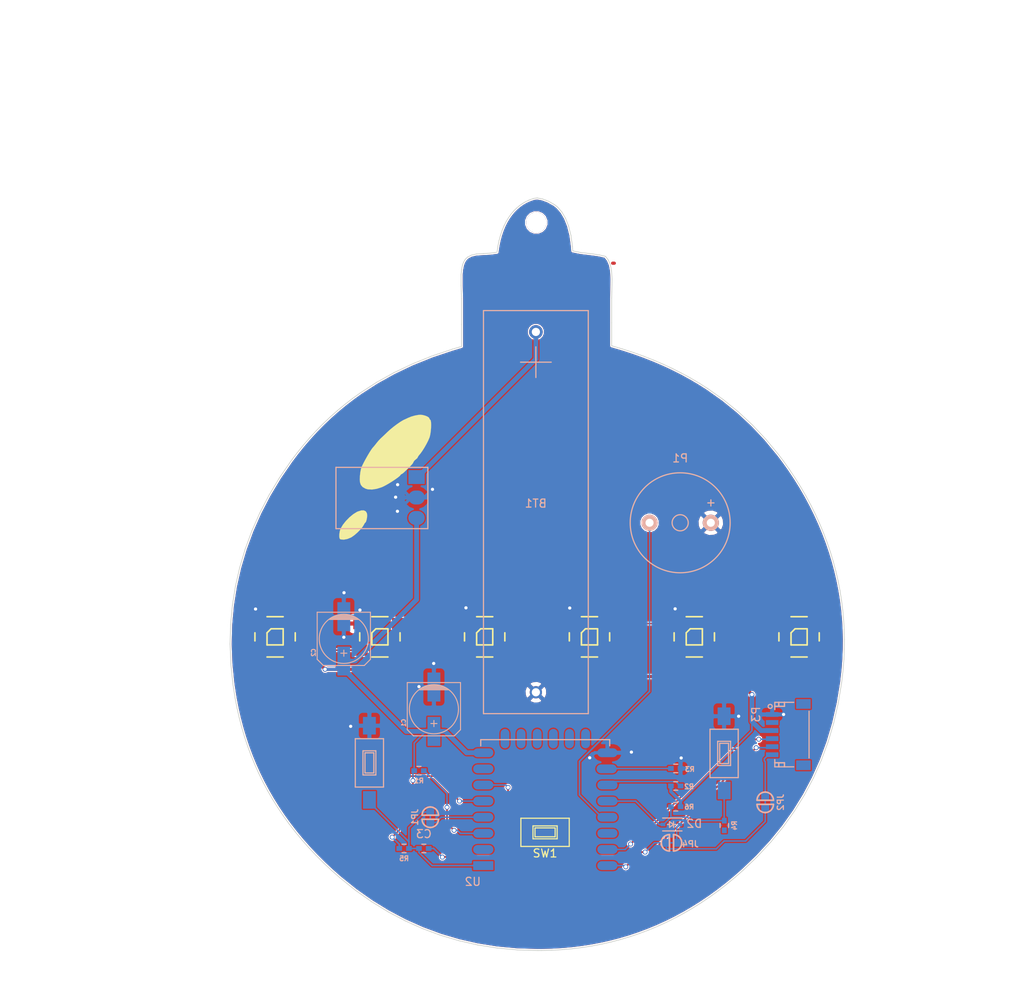
<source format=kicad_pcb>
(kicad_pcb (version 4) (host pcbnew 4.0.4-stable)
  (title_block (title "Sensory Adaptation Robot") (date 2016-03-10) (rev 0.1a) (company "Idle Hands Dev.") (comment 1 "Sean Hodgins"))
  (layers (0 F.Cu signal) (31 B.Cu signal) (34 B.Paste user) (35 F.Paste user) (36 B.SilkS user) (37 F.SilkS user) (38 B.Mask user) (39 F.Mask user) (44 Edge.Cuts user))
  (net 0 "")
  (net 1 GND)
  (net 2 +3V3)
  (net 3 /VIN)
  (net 4 DTR)
  (net 5 /GPIO0)
  (net 6 /GPIO16)
  (net 7 "Net-(JP3-Pad1)")
  (net 8 "Net-(LED1-Pad2)")
  (net 9 /NEOP)
  (net 10 "Net-(LED2-Pad2)")
  (net 11 "Net-(LED3-Pad2)")
  (net 12 "Net-(LED4-Pad2)")
  (net 13 "Net-(LED5-Pad2)")
  (net 14 /tonepin)
  (net 15 /RXD)
  (net 16 /TXD)
  (net 17 /CH_PD)
  (net 18 /GPIO2)
  (net 19 "Net-(D1-Pad1)")
  (net 20 /BUTT1)
  (net 21 /ADC)
  (net 22 /GPIO13)
  (net 23 "Net-(U2-Pad9)")
  (net 24 "Net-(U2-Pad10)")
  (net 25 "Net-(U2-Pad11)")
  (net 26 "Net-(U2-Pad12)")
  (net 27 "Net-(U2-Pad13)")
  (net 28 "Net-(U2-Pad14)")
  (net 29 /GPIO15)
  (net 30 /GPIO5)
  (net 31 "Net-(LED6-Pad2)")
  (module idlehands_footprints:WS2812B (layer F.Cu) (at 237.05 147.325 270)
    (fp_text reference LED6 hide)
    (fp_text value WS2812B hide)
    (pad 1 smd rect (at 1.65 -2.4 270) (size 1.4 1.8) (layers F.Cu F.Paste F.Mask) (net 2 +3V3))
    (pad 2 smd rect (at -1.65 -2.4 270) (size 1.4 1.8) (layers F.Cu F.Paste F.Mask) (net 31 "Net-(LED6-Pad2)"))
    (pad 3 smd rect (at -1.65 2.4 270) (size 1.4 1.8) (layers F.Cu F.Paste F.Mask) (net 1 GND))
    (pad 4 smd rect (at 1.65 2.4 270) (size 1.4 1.8) (layers F.Cu F.Paste F.Mask) (net 13 "Net-(LED5-Pad2)"))
  )
  (module idlehands_footprints:WS2812B (layer F.Cu) (at 224.05 147.325 270)
    (fp_text reference LED5 hide)
    (fp_text value WS2812B hide)
    (pad 1 smd rect (at 1.65 -2.4 270) (size 1.4 1.8) (layers F.Cu F.Paste F.Mask) (net 2 +3V3))
    (pad 2 smd rect (at -1.65 -2.4 270) (size 1.4 1.8) (layers F.Cu F.Paste F.Mask) (net 13 "Net-(LED5-Pad2)"))
    (pad 3 smd rect (at -1.65 2.4 270) (size 1.4 1.8) (layers F.Cu F.Paste F.Mask) (net 1 GND))
    (pad 4 smd rect (at 1.65 2.4 270) (size 1.4 1.8) (layers F.Cu F.Paste F.Mask) (net 12 "Net-(LED4-Pad2)"))
  )
  (module idlehands_footprints:WS2812B (layer F.Cu) (at 211.05 147.325 270)
    (fp_text reference LED4 hide)
    (fp_text value WS2812B hide)
    (pad 1 smd rect (at 1.65 -2.4 270) (size 1.4 1.8) (layers F.Cu F.Paste F.Mask) (net 2 +3V3))
    (pad 2 smd rect (at -1.65 -2.4 270) (size 1.4 1.8) (layers F.Cu F.Paste F.Mask) (net 12 "Net-(LED4-Pad2)"))
    (pad 3 smd rect (at -1.65 2.4 270) (size 1.4 1.8) (layers F.Cu F.Paste F.Mask) (net 1 GND))
    (pad 4 smd rect (at 1.65 2.4 270) (size 1.4 1.8) (layers F.Cu F.Paste F.Mask) (net 11 "Net-(LED3-Pad2)"))
  )
  (module idlehands_footprints:WS2812B (layer F.Cu) (at 198.05 147.325 270)
    (fp_text reference LED3 hide)
    (fp_text value WS2812B hide)
    (pad 1 smd rect (at 1.65 -2.4 270) (size 1.4 1.8) (layers F.Cu F.Paste F.Mask) (net 2 +3V3))
    (pad 2 smd rect (at -1.65 -2.4 270) (size 1.4 1.8) (layers F.Cu F.Paste F.Mask) (net 11 "Net-(LED3-Pad2)"))
    (pad 3 smd rect (at -1.65 2.4 270) (size 1.4 1.8) (layers F.Cu F.Paste F.Mask) (net 1 GND))
    (pad 4 smd rect (at 1.65 2.4 270) (size 1.4 1.8) (layers F.Cu F.Paste F.Mask) (net 10 "Net-(LED2-Pad2)"))
  )
  (module idlehands_footprints:WS2812B (layer F.Cu) (at 185.05 147.325 270)
    (fp_text reference LED2 hide)
    (fp_text value WS2812B hide)
    (pad 1 smd rect (at 1.65 -2.4 270) (size 1.4 1.8) (layers F.Cu F.Paste F.Mask) (net 2 +3V3))
    (pad 2 smd rect (at -1.65 -2.4 270) (size 1.4 1.8) (layers F.Cu F.Paste F.Mask) (net 10 "Net-(LED2-Pad2)"))
    (pad 3 smd rect (at -1.65 2.4 270) (size 1.4 1.8) (layers F.Cu F.Paste F.Mask) (net 1 GND))
    (pad 4 smd rect (at 1.65 2.4 270) (size 1.4 1.8) (layers F.Cu F.Paste F.Mask) (net 8 "Net-(LED1-Pad2)"))
  )
  (module Buzzers_Beepers:Buzzer_12x9.5RM7.6 (layer B.Cu) (at 222.3 133.175 180)
    (fp_text reference P1 (at 0 8.001 180) (layer B.SilkS) (effects (justify mirror)))
    (fp_text value CONN_01X02 hide)
    (fp_text user + (at -3.81 2.54 180) (layer B.SilkS) (effects (justify mirror)))
    (pad 1 thru_hole circle (at -3.79984 0 180) (size 2 2) (drill 1.00076) (layers *.Cu *.Mask B.SilkS) (net 1 GND))
    (pad 2 thru_hole circle (at 3.79984 0 180) (size 2 2) (drill 1.00076) (layers *.Cu *.Mask B.SilkS) (net 14 /tonepin))
  )
  (module idlehands_footprints:WS2812B (layer F.Cu) (at 172.05 147.325 270)
    (fp_text reference LED1 hide)
    (fp_text value WS2812B hide)
    (pad 1 smd rect (at 1.65 -2.4 270) (size 1.4 1.8) (layers F.Cu F.Paste F.Mask) (net 2 +3V3))
    (pad 2 smd rect (at -1.65 -2.4 270) (size 1.4 1.8) (layers F.Cu F.Paste F.Mask) (net 8 "Net-(LED1-Pad2)"))
    (pad 3 smd rect (at -1.65 2.4 270) (size 1.4 1.8) (layers F.Cu F.Paste F.Mask) (net 1 GND))
    (pad 4 smd rect (at 1.65 2.4 270) (size 1.4 1.8) (layers F.Cu F.Paste F.Mask) (net 9 /NEOP))
  )
  (module idlehands_footprints:c_elec_6.3x5.3 (layer B.Cu) (at 191.75 156.3 270)
    (fp_text reference C1 (at 1.7 3.75 270) (layer B.SilkS) (effects (font (size 0.5 0.5) (thickness 0.125)) (justify mirror)))
    (fp_text value 100uF hide)
    (pad 1 smd rect (at 2.75082 0 270) (size 3.59918 1.6002) (layers B.Cu B.Paste B.Mask) (net 2 +3V3))
    (pad 2 smd rect (at -2.75082 0 270) (size 3.59918 1.6002) (layers B.Cu B.Paste B.Mask) (net 1 GND))
  )
  (module idlehands_footprints:c_elec_6.3x5.3 (layer B.Cu) (at 180.575 147.575 270)
    (fp_text reference C2 (at 1.7 3.75 270) (layer B.SilkS) (effects (font (size 0.5 0.5) (thickness 0.125)) (justify mirror)))
    (fp_text value 100uF hide)
    (pad 1 smd rect (at 2.75082 0 270) (size 3.59918 1.6002) (layers B.Cu B.Paste B.Mask) (net 2 +3V3))
    (pad 2 smd rect (at -2.75082 0 270) (size 3.59918 1.6002) (layers B.Cu B.Paste B.Mask) (net 1 GND))
  )
  (module project_footprints:C_0402_Hand (layer B.Cu) (at 190.5 173.575 180)
    (fp_text reference C3 (at 0 1.8 180) (layer B.SilkS) (effects (justify mirror)))
    (fp_text value 1uF)
    (pad 1 smd rect (at -0.6 0 180) (size 0.7 0.6) (layers B.Cu B.Paste B.Mask) (net 4 DTR))
    (pad 2 smd rect (at 0.6 0 180) (size 0.7 0.6) (layers B.Cu B.Paste B.Mask) (net 6 /GPIO16))
  )
  (module Diodes_SMD:SOD-323 (layer B.Cu) (at 221.225 170.6 180)
    (fp_text reference D2 (at -2.825 0.1 180) (layer B.SilkS) (effects (justify mirror)))
    (fp_text value D)
    (pad 1 smd rect (at -1.055 0 180) (size 0.59 0.45) (layers B.Cu B.Paste B.Mask) (net 4 DTR))
    (pad 2 smd rect (at 1.055 0 180) (size 0.59 0.45) (layers B.Cu B.Paste B.Mask) (net 5 /GPIO0))
  )
  (module idlehands_footprints:SOLDER-JUMPER_1-WAY (layer B.Cu) (at 232.85 167.85 270)
    (fp_text reference JP2 (at 0 -1.905 270) (layer B.SilkS) (effects (font (size 0.762 0.762) (thickness 0.1524)) (justify mirror)))
    (fp_text value Jumper_NO_Small hide)
    (pad 1 smd rect (at -0.65 0 270) (size 1 1) (layers B.Cu B.Paste B.Mask) (net 4 DTR))
    (pad 2 smd rect (at 0.65 0 270) (size 1 1) (layers B.Cu B.Paste B.Mask) (net 4 DTR))
  )
  (module idlehands_footprints:SOLDER-JUMPER_1-WAY (layer B.Cu) (at 221.225 172.875)
    (fp_text reference JP4 (at 2.325 0.15) (layer B.SilkS) (effects (font (size 0.762 0.762) (thickness 0.1524)) (justify mirror)))
    (fp_text value Jumper_NC_Small hide)
    (pad 1 smd rect (at -0.65 0) (size 1 1) (layers B.Cu B.Paste B.Mask) (net 4 DTR))
    (pad 2 smd rect (at 0.65 0) (size 1 1) (layers B.Cu B.Paste B.Mask) (net 4 DTR))
  )
  (module idlehands_footprints:pololu_power_3.3v-5v (layer B.Cu) (at 189.6 127.5 180)
    (fp_text reference P2 hide)
    (fp_text value EXT_REG)
    (pad 1 smd rect (at 0 0 180) (size 2.032 1.7272) (layers B.Cu B.Paste B.Mask) (net 3 /VIN))
    (pad 2 smd oval (at 0 -2.54 180) (size 2.032 1.7272) (layers B.Cu B.Paste B.Mask) (net 1 GND))
    (pad 3 smd oval (at 0 -5.08 180) (size 2.032 1.7272) (layers B.Cu B.Paste B.Mask) (net 2 +3V3))
  )
  (module Connectors_JST_SH:Connectors_JST_SM06B-SRSS-TB (layer B.Cu) (at 235.65 159.45 270)
    (fp_text reference P3 (at -2.5 3.9375 270) (layer B.SilkS) (effects (justify mirror)))
    (fp_text value CONN_01X06 hide)
    (pad 1 smd rect (at -2.5 1.9375 270) (size 0.6 1.55) (layers B.Cu B.Paste B.Mask) (net 1 GND))
    (pad 2 smd rect (at -1.5 1.9375 270) (size 0.6 1.55) (layers B.Cu B.Paste B.Mask) (net 7 "Net-(JP3-Pad1)"))
    (pad 3 smd rect (at -0.5 1.9375 270) (size 0.6 1.55) (layers B.Cu B.Paste B.Mask) (net 2 +3V3))
    (pad 4 smd rect (at 0.5 1.9375 270) (size 0.6 1.55) (layers B.Cu B.Paste B.Mask) (net 15 /RXD))
    (pad 5 smd rect (at 1.5 1.9375 270) (size 0.6 1.55) (layers B.Cu B.Paste B.Mask) (net 16 /TXD))
    (pad 6 smd rect (at 2.5 1.9375 270) (size 0.6 1.55) (layers B.Cu B.Paste B.Mask) (net 4 DTR))
    (pad "" smd rect (at -3.8 -1.9375 270) (size 1.2 1.8) (layers B.Cu B.Paste B.Mask))
    (pad "" smd rect (at 3.8 -1.9375 270) (size 1.2 1.8) (layers B.Cu B.Paste B.Mask))
  )
  (module idlehands_footprints:R_0402_Hand (layer B.Cu) (at 189.9 163.925)
    (fp_text reference R1 (at 0 1.25) (layer B.SilkS) (effects (font (size 0.6 0.6)) (justify mirror)))
    (fp_text value 10K hide)
    (pad 1 smd rect (at -0.6 0) (size 0.7 0.6) (layers B.Cu B.Paste B.Mask) (net 2 +3V3))
    (pad 2 smd rect (at 0.6 0) (size 0.7 0.6) (layers B.Cu B.Paste B.Mask) (net 17 /CH_PD))
  )
  (module idlehands_footprints:R_0402_Hand (layer B.Cu) (at 221.75 165.825)
    (fp_text reference R2 (at 1.65 0.075) (layer B.SilkS) (effects (font (size 0.6 0.6)) (justify mirror)))
    (fp_text value 10K hide)
    (pad 1 smd rect (at -0.6 0) (size 0.7 0.6) (layers B.Cu B.Paste B.Mask) (net 2 +3V3))
    (pad 2 smd rect (at 0.6 0) (size 0.7 0.6) (layers B.Cu B.Paste B.Mask) (net 18 /GPIO2))
  )
  (module idlehands_footprints:R_0402_Hand (layer B.Cu) (at 221.75 163.65)
    (fp_text reference R3 (at 1.75 0.1) (layer B.SilkS) (effects (font (size 0.6 0.6)) (justify mirror)))
    (fp_text value 1K hide)
    (pad 1 smd rect (at -0.6 0) (size 0.7 0.6) (layers B.Cu B.Paste B.Mask) (net 29 /GPIO15))
    (pad 2 smd rect (at 0.6 0) (size 0.7 0.6) (layers B.Cu B.Paste B.Mask) (net 1 GND))
  )
  (module idlehands_footprints:R_0402_Hand (layer B.Cu) (at 227.775 170.725 90)
    (fp_text reference R4 (at 0 1.25 90) (layer B.SilkS) (effects (font (size 0.6 0.6)) (justify mirror)))
    (fp_text value 1K hide)
    (pad 1 smd rect (at -0.6 0 90) (size 0.7 0.6) (layers B.Cu B.Paste B.Mask) (net 19 "Net-(D1-Pad1)"))
    (pad 2 smd rect (at 0.6 0 90) (size 0.7 0.6) (layers B.Cu B.Paste B.Mask) (net 5 /GPIO0))
  )
  (module idlehands_footprints:R_0402_Hand (layer B.Cu) (at 188.05 173.575)
    (fp_text reference R5 (at 0 1.25) (layer B.SilkS) (effects (font (size 0.6 0.6)) (justify mirror)))
    (fp_text value 10K hide)
    (pad 1 smd rect (at -0.6 0) (size 0.7 0.6) (layers B.Cu B.Paste B.Mask) (net 2 +3V3))
    (pad 2 smd rect (at 0.6 0) (size 0.7 0.6) (layers B.Cu B.Paste B.Mask) (net 6 /GPIO16))
  )
  (module idlehands_footprints:R_0402_Hand (layer B.Cu) (at 221.75 168.4 180)
    (fp_text reference R6 (at -1.675 -0.025 180) (layer B.SilkS) (effects (font (size 0.6 0.6)) (justify mirror)))
    (fp_text value 1K hide)
    (pad 1 smd rect (at -0.6 0 180) (size 0.7 0.6) (layers B.Cu B.Paste B.Mask) (net 2 +3V3))
    (pad 2 smd rect (at 0.6 0 180) (size 0.7 0.6) (layers B.Cu B.Paste B.Mask) (net 5 /GPIO0))
  )
  (module Buttons_Switches_SMD:SW_SPST_FSMSM (layer F.Cu) (at 205.55 171.575 180)
    (fp_text reference SW1 (at 0.01011 -2.60022 180) (layer F.SilkS))
    (fp_text value B hide)
    (pad 1 smd rect (at -4.60243 -0.00232 180) (size 2.18 1.6) (layers F.Cu F.Paste F.Mask) (net 1 GND))
    (pad 2 smd rect (at 4.60243 0.00232 180) (size 2.18 1.6) (layers F.Cu F.Paste F.Mask) (net 20 /BUTT1))
  )
  (module Buttons_Switches_SMD:SW_SPST_FSMSM (layer B.Cu) (at 227.75 161.775 270)
    (fp_text reference SW2 hide)
    (fp_text value GPIO0)
    (pad 1 smd rect (at -4.60243 0.00232 270) (size 2.18 1.6) (layers B.Cu B.Paste B.Mask) (net 1 GND))
    (pad 2 smd rect (at 4.60243 -0.00232 270) (size 2.18 1.6) (layers B.Cu B.Paste B.Mask) (net 5 /GPIO0))
  )
  (module Buttons_Switches_SMD:SW_SPST_FSMSM (layer B.Cu) (at 183.75 162.95 270)
    (fp_text reference SW3 hide)
    (fp_text value RESET)
    (pad 1 smd rect (at -4.60243 0.00232 270) (size 2.18 1.6) (layers B.Cu B.Paste B.Mask) (net 1 GND))
    (pad 2 smd rect (at 4.60243 -0.00232 270) (size 2.18 1.6) (layers B.Cu B.Paste B.Mask) (net 6 /GPIO16))
  )
  (module ESP8266:ESP-12E_NoTH (layer B.Cu) (at 198.575 175.7)
    (fp_text reference U2 (at -2 2) (layer B.SilkS) (effects (justify mirror)))
    (fp_text value ESP-12E)
    (pad 1 smd rect (at 0 0) (size 2.5 1.1) (drill (offset -0.7 0)) (layers B.Cu B.Paste B.Mask) (net 6 /GPIO16))
    (pad 2 smd oval (at 0 -2) (size 2.5 1.1) (drill (offset -0.7 0)) (layers B.Cu B.Paste B.Mask) (net 21 /ADC))
    (pad 3 smd oval (at 0 -4) (size 2.5 1.1) (drill (offset -0.7 0)) (layers B.Cu B.Paste B.Mask) (net 17 /CH_PD))
    (pad 4 smd oval (at 0 -6) (size 2.5 1.1) (drill (offset -0.7 0)) (layers B.Cu B.Paste B.Mask) (net 6 /GPIO16))
    (pad 5 smd oval (at 0 -8) (size 2.5 1.1) (drill (offset -0.7 0)) (layers B.Cu B.Paste B.Mask) (net 9 /NEOP))
    (pad 6 smd oval (at 0 -10) (size 2.5 1.1) (drill (offset -0.7 0)) (layers B.Cu B.Paste B.Mask) (net 20 /BUTT1))
    (pad 7 smd oval (at 0 -12) (size 2.5 1.1) (drill (offset -0.7 0)) (layers B.Cu B.Paste B.Mask) (net 22 /GPIO13))
    (pad 8 smd oval (at 0 -14) (size 2.5 1.1) (drill (offset -0.7 0)) (layers B.Cu B.Paste B.Mask) (net 2 +3V3))
    (pad 9 smd oval (at 1.99 -15.75 270) (size 2.4 1.1) (layers B.Cu B.Paste B.Mask) (net 23 "Net-(U2-Pad9)"))
    (pad 10 smd oval (at 3.99 -15.75 270) (size 2.4 1.1) (layers B.Cu B.Paste B.Mask) (net 24 "Net-(U2-Pad10)"))
    (pad 11 smd oval (at 5.99 -15.75 270) (size 2.4 1.1) (layers B.Cu B.Paste B.Mask) (net 25 "Net-(U2-Pad11)"))
    (pad 12 smd oval (at 7.99 -15.75 270) (size 2.4 1.1) (layers B.Cu B.Paste B.Mask) (net 26 "Net-(U2-Pad12)"))
    (pad 13 smd oval (at 9.99 -15.75 270) (size 2.4 1.1) (layers B.Cu B.Paste B.Mask) (net 27 "Net-(U2-Pad13)"))
    (pad 14 smd oval (at 11.99 -15.75 270) (size 2.4 1.1) (layers B.Cu B.Paste B.Mask) (net 28 "Net-(U2-Pad14)"))
    (pad 15 smd oval (at 14 -14) (size 2.5 1.1) (drill (offset 0.7 0)) (layers B.Cu B.Paste B.Mask) (net 1 GND))
    (pad 16 smd oval (at 14 -12) (size 2.5 1.1) (drill (offset 0.6 0)) (layers B.Cu B.Paste B.Mask) (net 29 /GPIO15))
    (pad 17 smd oval (at 14 -10) (size 2.5 1.1) (drill (offset 0.7 0)) (layers B.Cu B.Paste B.Mask) (net 18 /GPIO2))
    (pad 18 smd oval (at 14 -8) (size 2.5 1.1) (drill (offset 0.7 0)) (layers B.Cu B.Paste B.Mask) (net 5 /GPIO0))
    (pad 19 smd oval (at 14 -6) (size 2.5 1.1) (drill (offset 0.7 0)) (layers B.Cu B.Paste B.Mask) (net 14 /tonepin))
    (pad 20 smd oval (at 14 -4) (size 2.5 1.1) (drill (offset 0.7 0)) (layers B.Cu B.Paste B.Mask) (net 30 /GPIO5))
    (pad 21 smd oval (at 14 -2) (size 2.5 1.1) (drill (offset 0.7 0)) (layers B.Cu B.Paste B.Mask) (net 15 /RXD))
    (pad 22 smd oval (at 14 0) (size 2.5 1.1) (drill (offset 0.7 0)) (layers B.Cu B.Paste B.Mask) (net 16 /TXD))
  )
  (module idlehands_footprints:SOLDER-JUMPER_1-WAY-CLOSED (layer B.Cu) (at 191.3 169.7 90)
    (fp_text reference JP1 (at 0 -1.905 90) (layer B.SilkS) (effects (font (size 0.762 0.762) (thickness 0.1524)) (justify mirror)))
    (fp_text value Jumper_NC_Small hide)
    (pad 1 smd rect (at -0.65 0 90) (size 1 1) (layers B.Cu B.Paste B.Mask) (net 6 /GPIO16))
    (pad 2 smd rect (at 0.65 0 90) (size 1 1) (layers B.Cu B.Paste B.Mask) (net 6 /GPIO16))
  )
  (module idlehands_footprints:AAA_SingleHolder (layer B.Cu) (at 204.4 131.85)
    (fp_text reference BT1 (at -0.013814 -1.076073) (layer B.SilkS) (effects (justify mirror)))
    (fp_text value Batt_N)
    (fp_text user + (at 0 -19) (layer B.SilkS) (effects (font (size 5 5)) (justify mirror)))
    (pad 1 thru_hole circle (at 0 -22.35) (size 1.7 1.7) (drill 1.02) (layers *.Cu *.Mask) (net 3 /VIN))
    (pad 2 thru_hole circle (at 0 22.35) (size 1.524 1.524) (drill 1.02) (layers *.Cu *.Mask) (net 1 GND))
  )
  (module project_footprints:ornament_crown (layer F.Cu) (at 204.475 139.475)
    (fp_text reference G*** hide)
    (fp_text value LOGO hide)
  )
  (module project_footprints:ornament_reflect (layer F.Cu) (at 207.275 138.4)
    (fp_text reference G*** hide)
    (fp_text value LOGO hide)
  )
  (module project_footprints:ornament_shadow (layer F.Cu) (at 204.8 140.25)
    (fp_text reference G*** hide)
    (fp_text value LOGO hide)
  )
  (module idlehands_footprints:MountingHole_2.5mm_NO (layer B.Cu) (at 204.475 95.925)
    (fp_text reference REF** hide)
    (fp_text value MountingHole_2.5mm hide)
    (pad 1 thru_hole circle (at -0.025 0) (size 2.5 2.5) (drill 2.5) (layers *.Cu))
  )
  (gr_line (start 240.528868 135.619067) (end 240.932707 136.806277) (layer Edge.Cuts) (width 0.1))
  (gr_line (start 240.932707 136.806277) (end 241.287718 137.977313) (layer Edge.Cuts) (width 0.1))
  (gr_line (start 199.687132 98.882235) (end 199.834364 98.169284) (layer Edge.Cuts) (width 0.1))
  (gr_line (start 199.577864 99.621753) (end 199.687132 98.882235) (layer Edge.Cuts) (width 0.1))
  (gr_line (start 198.722998 99.735751) (end 199.577864 99.621753) (layer Edge.Cuts) (width 0.1))
  (gr_line (start 197.902571 99.775912) (end 198.722998 99.735751) (layer Edge.Cuts) (width 0.1))
  (gr_line (start 197.005034 99.840136) (end 197.902571 99.775912) (layer Edge.Cuts) (width 0.1))
  (gr_line (start 196.399778 99.9789) (end 197.005034 99.840136) (layer Edge.Cuts) (width 0.1))
  (gr_line (start 195.937086 100.21448) (end 196.399778 99.9789) (layer Edge.Cuts) (width 0.1))
  (gr_line (start 195.917433 100.228656) (end 195.937086 100.21448) (layer Edge.Cuts) (width 0.1))
  (gr_line (start 195.728643 100.396991) (end 195.917433 100.228656) (layer Edge.Cuts) (width 0.1))
  (gr_line (start 195.570913 100.59859) (end 195.728643 100.396991) (layer Edge.Cuts) (width 0.1))
  (gr_line (start 195.418898 100.880557) (end 195.570913 100.59859) (layer Edge.Cuts) (width 0.1))
  (gr_line (start 195.303465 101.201297) (end 195.418898 100.880557) (layer Edge.Cuts) (width 0.1))
  (gr_line (start 195.186049 101.765445) (end 195.303465 101.201297) (layer Edge.Cuts) (width 0.1))
  (gr_line (start 195.129431 102.392413) (end 195.186049 101.765445) (layer Edge.Cuts) (width 0.1))
  (gr_line (start 195.131117 103.759295) (end 195.129431 102.392413) (layer Edge.Cuts) (width 0.1))
  (gr_line (start 195.175207 105.379199) (end 195.131117 103.759295) (layer Edge.Cuts) (width 0.1))
  (gr_line (start 195.175207 108.578784) (end 195.175207 105.379199) (layer Edge.Cuts) (width 0.1))
  (gr_line (start 195.175207 111.305804) (end 195.175207 108.578784) (layer Edge.Cuts) (width 0.1))
  (gr_line (start 194.090033 111.62189) (end 195.175207 111.305804) (layer Edge.Cuts) (width 0.1))
  (gr_line (start 191.506575 112.487475) (end 194.090033 111.62189) (layer Edge.Cuts) (width 0.1))
  (gr_line (start 189.082533 113.463107) (end 191.506575 112.487475) (layer Edge.Cuts) (width 0.1))
  (gr_line (start 186.803717 114.548419) (end 189.082533 113.463107) (layer Edge.Cuts) (width 0.1))
  (gr_line (start 184.657332 115.744616) (end 186.803717 114.548419) (layer Edge.Cuts) (width 0.1))
  (gr_line (start 182.631926 117.054507) (end 184.657332 115.744616) (layer Edge.Cuts) (width 0.1))
  (gr_line (start 181.660635 117.753985) (end 182.631926 117.054507) (layer Edge.Cuts) (width 0.1))
  (gr_line (start 180.717344 118.482608) (end 181.660635 117.753985) (layer Edge.Cuts) (width 0.1))
  (gr_line (start 179.797316 119.244113) (end 180.717344 118.482608) (layer Edge.Cuts) (width 0.1))
  (gr_line (start 178.90473 120.035129) (end 179.797316 119.244113) (layer Edge.Cuts) (width 0.1))
  (gr_line (start 178.032072 120.862613) (end 178.90473 120.035129) (layer Edge.Cuts) (width 0.1))
  (gr_line (start 177.186461 121.720141) (end 178.032072 120.862613) (layer Edge.Cuts) (width 0.1))
  (gr_line (start 176.357885 122.618487) (end 177.186461 121.720141) (layer Edge.Cuts) (width 0.1))
  (gr_line (start 175.556135 123.547656) (end 176.357885 122.618487) (layer Edge.Cuts) (width 0.1))
  (gr_line (start 174.768972 124.522769) (end 175.556135 123.547656) (layer Edge.Cuts) (width 0.1))
  (gr_line (start 174.008535 125.529742) (end 174.768972 124.522769) (layer Edge.Cuts) (width 0.1))
  (gr_line (start 172.588118 127.601169) (end 174.008535 125.529742) (layer Edge.Cuts) (width 0.1))
  (gr_line (start 171.301062 129.745456) (end 172.588118 127.601169) (layer Edge.Cuts) (width 0.1))
  (gr_line (start 170.162825 131.937396) (end 171.301062 129.745456) (layer Edge.Cuts) (width 0.1))
  (gr_line (start 169.176069 134.168948) (end 170.162825 131.937396) (layer Edge.Cuts) (width 0.1))
  (gr_line (start 168.341856 136.43471) (end 169.176069 134.168948) (layer Edge.Cuts) (width 0.1))
  (gr_line (start 167.66049 138.731311) (end 168.341856 136.43471) (layer Edge.Cuts) (width 0.1))
  (gr_line (start 167.13204 141.056964) (end 167.66049 138.731311) (layer Edge.Cuts) (width 0.1))
  (gr_line (start 166.75675 143.411113) (end 167.13204 141.056964) (layer Edge.Cuts) (width 0.1))
  (gr_line (start 166.53533 145.794185) (end 166.75675 143.411113) (layer Edge.Cuts) (width 0.1))
  (gr_line (start 166.46913 148.207347) (end 166.53533 145.794185) (layer Edge.Cuts) (width 0.1))
  (gr_line (start 166.560263 150.652301) (end 166.46913 148.207347) (layer Edge.Cuts) (width 0.1))
  (gr_line (start 166.811735 153.131152) (end 166.560263 150.652301) (layer Edge.Cuts) (width 0.1))
  (gr_line (start 167.087843 154.910182) (end 166.811735 153.131152) (layer Edge.Cuts) (width 0.1))
  (gr_line (start 167.330496 156.1617) (end 167.087843 154.910182) (layer Edge.Cuts) (width 0.1))
  (gr_line (start 167.608122 157.383609) (end 167.330496 156.1617) (layer Edge.Cuts) (width 0.1))
  (gr_line (start 167.923063 158.588) (end 167.608122 157.383609) (layer Edge.Cuts) (width 0.1))
  (gr_line (start 168.271864 159.763217) (end 167.923063 158.588) (layer Edge.Cuts) (width 0.1))
  (gr_line (start 168.658819 160.924632) (end 168.271864 159.763217) (layer Edge.Cuts) (width 0.1))
  (gr_line (start 169.078634 162.057177) (end 168.658819 160.924632) (layer Edge.Cuts) (width 0.1))
  (gr_line (start 169.538168 163.179599) (end 169.078634 162.057177) (layer Edge.Cuts) (width 0.1))
  (gr_line (start 170.029699 164.273303) (end 169.538168 163.179599) (layer Edge.Cuts) (width 0.1))
  (gr_line (start 170.563292 165.360499) (end 170.029699 164.273303) (layer Edge.Cuts) (width 0.1))
  (gr_line (start 171.128119 166.418979) (end 170.563292 165.360499) (layer Edge.Cuts) (width 0.1))
  (gr_line (start 171.738241 167.474551) (end 171.128119 166.418979) (layer Edge.Cuts) (width 0.1))
  (gr_line (start 172.378904 168.501246) (end 171.738241 167.474551) (layer Edge.Cuts) (width 0.1))
  (gr_line (start 173.069098 169.528644) (end 172.378904 168.501246) (layer Edge.Cuts) (width 0.1))
  (gr_line (start 173.789198 170.526843) (end 173.069098 169.528644) (layer Edge.Cuts) (width 0.1))
  (gr_line (start 174.564253 171.529429) (end 173.789198 170.526843) (layer Edge.Cuts) (width 0.1))
  (gr_line (start 208.936987 98.903338) (end 208.975912 99.452426) (layer Edge.Cuts) (width 0.1))
  (gr_line (start 208.745146 97.517795) (end 208.936987 98.903338) (layer Edge.Cuts) (width 0.1))
  (gr_line (start 208.44837 96.346393) (end 208.745146 97.517795) (layer Edge.Cuts) (width 0.1))
  (gr_line (start 208.068045 95.387515) (end 208.44837 96.346393) (layer Edge.Cuts) (width 0.1))
  (gr_line (start 207.620077 94.62395) (end 208.068045 95.387515) (layer Edge.Cuts) (width 0.1))
  (gr_line (start 207.11315 94.033816) (end 207.620077 94.62395) (layer Edge.Cuts) (width 0.1))
  (gr_line (start 206.71356 93.714435) (end 207.11315 94.033816) (layer Edge.Cuts) (width 0.1))
  (gr_line (start 205.920332 93.265475) (end 206.71356 93.714435) (layer Edge.Cuts) (width 0.1))
  (gr_line (start 205.161749 92.986422) (end 205.920332 93.265475) (layer Edge.Cuts) (width 0.1))
  (gr_line (start 204.569471 92.889239) (end 205.161749 92.986422) (layer Edge.Cuts) (width 0.1))
  (gr_line (start 204.149847 92.933108) (end 204.569471 92.889239) (layer Edge.Cuts) (width 0.1))
  (gr_line (start 203.566679 93.140078) (end 204.149847 92.933108) (layer Edge.Cuts) (width 0.1))
  (gr_line (start 203.140364 93.341205) (end 203.566679 93.140078) (layer Edge.Cuts) (width 0.1))
  (gr_line (start 202.738569 93.575747) (end 203.140364 93.341205) (layer Edge.Cuts) (width 0.1))
  (gr_line (start 202.349913 93.851062) (end 202.738569 93.575747) (layer Edge.Cuts) (width 0.1))
  (gr_line (start 201.986876 94.158999) (end 202.349913 93.851062) (layer Edge.Cuts) (width 0.1))
  (gr_line (start 201.635626 94.513019) (end 201.986876 94.158999) (layer Edge.Cuts) (width 0.1))
  (gr_line (start 201.311712 94.899234) (end 201.635626 94.513019) (layer Edge.Cuts) (width 0.1))
  (gr_line (start 201.000631 95.337817) (end 201.311712 94.899234) (layer Edge.Cuts) (width 0.1))
  (gr_line (start 200.71916 95.80823) (end 201.000631 95.337817) (layer Edge.Cuts) (width 0.1))
  (gr_line (start 200.454016 96.336856) (end 200.71916 95.80823) (layer Edge.Cuts) (width 0.1))
  (gr_line (start 200.221174 96.896533) (end 200.454016 96.336856) (layer Edge.Cuts) (width 0.1))
  (gr_line (start 200.010176 97.518176) (end 200.221174 96.896533) (layer Edge.Cuts) (width 0.1))
  (gr_line (start 199.834364 98.169284) (end 200.010176 97.518176) (layer Edge.Cuts) (width 0.1))
  (gr_line (start 175.368605 172.502314) (end 174.564253 171.529429) (layer Edge.Cuts) (width 0.1))
  (gr_line (start 176.234785 173.483493) (end 175.368605 172.502314) (layer Edge.Cuts) (width 0.1))
  (gr_line (start 177.129629 174.43426) (end 176.234785 173.483493) (layer Edge.Cuts) (width 0.1))
  (gr_line (start 178.095106 175.397662) (end 177.129629 174.43426) (layer Edge.Cuts) (width 0.1))
  (gr_line (start 179.088499 176.329738) (end 178.095106 175.397662) (layer Edge.Cuts) (width 0.1))
  (gr_line (start 180.099211 177.22124) (end 179.088499 176.329738) (layer Edge.Cuts) (width 0.1))
  (gr_line (start 182.043959 178.782359) (end 180.099211 177.22124) (layer Edge.Cuts) (width 0.1))
  (gr_line (start 184.040121 180.190059) (end 182.043959 178.782359) (layer Edge.Cuts) (width 0.1))
  (gr_line (start 186.088263 181.447345) (end 184.040121 180.190059) (layer Edge.Cuts) (width 0.1))
  (gr_line (start 188.189825 182.556788) (end 186.088263 181.447345) (layer Edge.Cuts) (width 0.1))
  (gr_line (start 190.346991 183.520343) (end 188.189825 182.556788) (layer Edge.Cuts) (width 0.1))
  (gr_line (start 192.562674 184.339183) (end 190.346991 183.520343) (layer Edge.Cuts) (width 0.1))
  (gr_line (start 194.840353 185.013568) (end 192.562674 184.339183) (layer Edge.Cuts) (width 0.1))
  (gr_line (start 197.184065 185.542743) (end 194.840353 185.013568) (layer Edge.Cuts) (width 0.1))
  (gr_line (start 199.59828 185.924937) (end 197.184065 185.542743) (layer Edge.Cuts) (width 0.1))
  (gr_line (start 202.087828 186.15726) (end 199.59828 185.924937) (layer Edge.Cuts) (width 0.1))
  (gr_line (start 204.657827 186.235766) (end 202.087828 186.15726) (layer Edge.Cuts) (width 0.1))
  (gr_line (start 205.110891 186.233302) (end 204.657827 186.235766) (layer Edge.Cuts) (width 0.1))
  (gr_line (start 206.399649 186.199023) (end 205.110891 186.233302) (layer Edge.Cuts) (width 0.1))
  (gr_line (start 207.661657 186.125338) (end 206.399649 186.199023) (layer Edge.Cuts) (width 0.1))
  (gr_line (start 208.914824 186.011599) (end 207.661657 186.125338) (layer Edge.Cuts) (width 0.1))
  (gr_line (start 210.14105 185.859897) (end 208.914824 186.011599) (layer Edge.Cuts) (width 0.1))
  (gr_line (start 211.36167 185.667857) (end 210.14105 185.859897) (layer Edge.Cuts) (width 0.1))
  (gr_line (start 212.555006 185.439197) (end 211.36167 185.667857) (layer Edge.Cuts) (width 0.1))
  (gr_line (start 213.746023 185.169261) (end 212.555006 185.439197) (layer Edge.Cuts) (width 0.1))
  (gr_line (start 214.909231 184.864009) (end 213.746023 185.169261) (layer Edge.Cuts) (width 0.1))
  (gr_line (start 216.073477 184.515857) (end 214.909231 184.864009) (layer Edge.Cuts) (width 0.1))
  (gr_line (start 217.209173 184.13367) (end 216.073477 184.515857) (layer Edge.Cuts) (width 0.1))
  (gr_line (start 218.349333 183.706157) (end 217.209173 184.13367) (layer Edge.Cuts) (width 0.1))
  (gr_line (start 219.45999 183.245944) (end 218.349333 183.706157) (layer Edge.Cuts) (width 0.1))
  (gr_line (start 220.578634 182.737109) (end 219.45999 183.245944) (layer Edge.Cuts) (width 0.1))
  (gr_line (start 221.666533 182.197001) (end 220.578634 182.737109) (layer Edge.Cuts) (width 0.1))
  (gr_line (start 222.766134 181.603961) (end 221.666533 182.197001) (layer Edge.Cuts) (width 0.1))
  (gr_line (start 223.833418 180.981273) (end 222.766134 181.603961) (layer Edge.Cuts) (width 0.1))
  (gr_line (start 224.916433 180.300082) (end 223.833418 180.981273) (layer Edge.Cuts) (width 0.1))
  (gr_line (start 225.965139 179.591212) (end 224.916433 180.300082) (layer Edge.Cuts) (width 0.1))
  (gr_line (start 227.034185 178.816615) (end 225.965139 179.591212) (layer Edge.Cuts) (width 0.1))
  (gr_line (start 228.066366 178.016871) (end 227.034185 178.816615) (layer Edge.Cuts) (width 0.1))
  (gr_line (start 229.124571 177.141795) (end 228.066366 178.016871) (layer Edge.Cuts) (width 0.1))
  (gr_line (start 230.142576 176.24499) (end 229.124571 177.141795) (layer Edge.Cuts) (width 0.1))
  (gr_line (start 231.855848 174.601001) (end 230.142576 176.24499) (layer Edge.Cuts) (width 0.1))
  (gr_line (start 233.548796 172.773181) (end 231.855848 174.601001) (layer Edge.Cuts) (width 0.1))
  (gr_line (start 235.085249 170.888255) (end 233.548796 172.773181) (layer Edge.Cuts) (width 0.1))
  (gr_line (start 236.473188 168.940448) (end 235.085249 170.888255) (layer Edge.Cuts) (width 0.1))
  (gr_line (start 237.718763 166.923556) (end 236.473188 168.940448) (layer Edge.Cuts) (width 0.1))
  (gr_line (start 238.826323 164.83092) (end 237.718763 166.923556) (layer Edge.Cuts) (width 0.1))
  (gr_line (start 239.798597 162.655345) (end 238.826323 164.83092) (layer Edge.Cuts) (width 0.1))
  (gr_line (start 240.636702 160.38911) (end 239.798597 162.655345) (layer Edge.Cuts) (width 0.1))
  (gr_line (start 241.340239 158.023982) (end 240.636702 160.38911) (layer Edge.Cuts) (width 0.1))
  (gr_line (start 241.907255 155.551227) (end 241.340239 158.023982) (layer Edge.Cuts) (width 0.1))
  (gr_line (start 242.334425 152.961657) (end 241.907255 155.551227) (layer Edge.Cuts) (width 0.1))
  (gr_line (start 242.51837 151.331225) (end 242.334425 152.961657) (layer Edge.Cuts) (width 0.1))
  (gr_line (start 242.611723 150.084353) (end 242.51837 151.331225) (layer Edge.Cuts) (width 0.1))
  (gr_line (start 242.663191 148.855578) (end 242.611723 150.084353) (layer Edge.Cuts) (width 0.1))
  (gr_line (start 242.673948 147.619998) (end 242.663191 148.855578) (layer Edge.Cuts) (width 0.1))
  (gr_line (start 242.643995 146.403674) (end 242.673948 147.619998) (layer Edge.Cuts) (width 0.1))
  (gr_line (start 242.572645 145.178332) (end 242.643995 146.403674) (layer Edge.Cuts) (width 0.1))
  (gr_line (start 242.461729 143.973613) (end 242.572645 145.178332) (layer Edge.Cuts) (width 0.1))
  (gr_line (start 242.308256 142.757739) (end 242.461729 143.973613) (layer Edge.Cuts) (width 0.1))
  (gr_line (start 242.116407 141.56412) (end 242.308256 142.757739) (layer Edge.Cuts) (width 0.1))
  (gr_line (start 241.880323 140.357364) (end 242.116407 141.56412) (layer Edge.Cuts) (width 0.1))
  (gr_line (start 241.607191 139.174762) (end 241.880323 140.357364) (layer Edge.Cuts) (width 0.1))
  (gr_line (start 241.287718 137.977313) (end 241.607191 139.174762) (layer Edge.Cuts) (width 0.1))
  (gr_line (start 240.091322 134.460956) (end 240.528868 135.619067) (layer Edge.Cuts) (width 0.1))
  (gr_line (start 239.602217 133.285891) (end 240.091322 134.460956) (layer Edge.Cuts) (width 0.1))
  (gr_line (start 239.081694 132.14313) (end 239.602217 133.285891) (layer Edge.Cuts) (width 0.1))
  (gr_line (start 238.506804 130.983432) (end 239.081694 132.14313) (layer Edge.Cuts) (width 0.1))
  (gr_line (start 237.903471 129.859851) (end 238.506804 130.983432) (layer Edge.Cuts) (width 0.1))
  (gr_line (start 237.2433 128.720538) (end 237.903471 129.859851) (layer Edge.Cuts) (width 0.1))
  (gr_line (start 236.558622 127.621921) (end 237.2433 128.720538) (layer Edge.Cuts) (width 0.1))
  (gr_line (start 235.81555 126.510455) (end 236.558622 127.621921) (layer Edge.Cuts) (width 0.1))
  (gr_line (start 235.053221 125.445163) (end 235.81555 126.510455) (layer Edge.Cuts) (width 0.1))
  (gr_line (start 234.49156 124.703555) (end 235.053221 125.445163) (layer Edge.Cuts) (width 0.1))
  (gr_line (start 232.911634 122.793918) (end 234.49156 124.703555) (layer Edge.Cuts) (width 0.1))
  (gr_line (start 231.248198 121.028659) (end 232.911634 122.793918) (layer Edge.Cuts) (width 0.1))
  (gr_line (start 229.494078 119.397098) (end 231.248198 121.028659) (layer Edge.Cuts) (width 0.1))
  (gr_line (start 227.640905 117.890551) (end 229.494078 119.397098) (layer Edge.Cuts) (width 0.1))
  (gr_line (start 225.679007 116.502231) (end 227.640905 117.890551) (layer Edge.Cuts) (width 0.1))
  (gr_line (start 224.65283 115.850146) (end 225.679007 116.502231) (layer Edge.Cuts) (width 0.1))
  (gr_line (start 223.59738 115.227206) (end 224.65283 115.850146) (layer Edge.Cuts) (width 0.1))
  (gr_line (start 222.505789 114.630038) (end 223.59738 115.227206) (layer Edge.Cuts) (width 0.1))
  (gr_line (start 221.383589 114.062274) (end 222.505789 114.630038) (layer Edge.Cuts) (width 0.1))
  (gr_line (start 220.21974 113.519168) (end 221.383589 114.062274) (layer Edge.Cuts) (width 0.1))
  (gr_line (start 219.02371 113.005923) (end 220.21974 113.519168) (layer Edge.Cuts) (width 0.1))
  (gr_line (start 217.779966 112.516879) (end 219.02371 113.005923) (layer Edge.Cuts) (width 0.1))
  (gr_line (start 216.502203 112.058322) (end 217.779966 112.516879) (layer Edge.Cuts) (width 0.1))
  (gr_line (start 215.170073 111.624103) (end 216.502203 112.058322) (layer Edge.Cuts) (width 0.1))
  (gr_line (start 213.801802 111.221225) (end 215.170073 111.624103) (layer Edge.Cuts) (width 0.1))
  (gr_line (start 213.801802 108.337558) (end 213.801802 111.221225) (layer Edge.Cuts) (width 0.1))
  (gr_line (start 213.801802 105.293872) (end 213.801802 108.337558) (layer Edge.Cuts) (width 0.1))
  (gr_line (start 213.813398 104.54993) (end 213.801802 105.293872) (layer Edge.Cuts) (width 0.1))
  (gr_line (start 213.846449 102.954715) (end 213.813398 104.54993) (layer Edge.Cuts) (width 0.1))
  (gr_line (start 213.633352 101.166705) (end 213.787809 101.924655) (layer Edge.Cuts) (width 0.1))
  (gr_line (start 213.787809 101.924655) (end 213.846449 102.954715) (layer Edge.Cuts) (width 0.1))
  (gr_line (start 213.386129 100.584918) (end 213.633352 101.166705) (layer Edge.Cuts) (width 0.1))
  (gr_line (start 213.039747 100.129733) (end 213.386129 100.584918) (layer Edge.Cuts) (width 0.1))
  (gr_line (start 208.975912 99.452426) (end 209.934622 99.644412) (layer Edge.Cuts) (width 0.1))
  (gr_line (start 211.451033 99.829425) (end 212.275 99.95) (layer Edge.Cuts) (width 0.1))
  (gr_line (start 209.934622 99.644412) (end 211.451033 99.829425) (layer Edge.Cuts) (width 0.1))
  (gr_line (start 212.275 99.95) (end 213.039747 100.129733) (layer Edge.Cuts) (width 0.1))
  (segment (start 214.125 100.975) (end 213.925 100.975) (width 0.4) (layer F.Cu) (net 0))
  (segment (start 233.7125 156.95) (end 235.125 156.95) (width 0.2) (layer B.Cu) (net 1))
  (via (at 235.125 156.95) (size 0.6) (drill 0.4) (layers F.Cu B.Cu) (net 1))
  (segment (start 221.65 145.675) (end 221.65 143.875) (width 0.2) (layer F.Cu) (net 1))
  (segment (start 221.65 143.875) (end 221.675 143.85) (width 0.2) (layer F.Cu) (net 1))
  (via (at 221.675 143.85) (size 0.6) (drill 0.4) (layers F.Cu B.Cu) (net 1))
  (segment (start 208.65 145.675) (end 208.65 143.8) (width 0.2) (layer F.Cu) (net 1))
  (segment (start 208.65 143.8) (end 208.6 143.75) (width 0.2) (layer F.Cu) (net 1))
  (via (at 208.6 143.75) (size 0.6) (drill 0.4) (layers F.Cu B.Cu) (net 1))
  (segment (start 195.65 145.675) (end 195.65 143.8) (width 0.2) (layer F.Cu) (net 1))
  (segment (start 195.65 143.8) (end 195.725 143.725) (width 0.2) (layer F.Cu) (net 1))
  (via (at 195.725 143.725) (size 0.6) (drill 0.4) (layers F.Cu B.Cu) (net 1))
  (segment (start 180.575 144.82418) (end 180.575 141.875) (width 0.2) (layer B.Cu) (net 1))
  (segment (start 180.575 141.875) (end 180.6 141.85) (width 0.2) (layer B.Cu) (net 1))
  (via (at 180.6 141.85) (size 0.6) (drill 0.4) (layers F.Cu B.Cu) (net 1))
  (segment (start 180.575 144.82418) (end 180.575 147.375) (width 0.2) (layer B.Cu) (net 1))
  (via (at 180.575 147.375) (size 0.6) (drill 0.4) (layers F.Cu B.Cu) (net 1))
  (segment (start 182.65 145.675) (end 182.65 144.075) (width 0.2) (layer F.Cu) (net 1))
  (segment (start 182.65 144.075) (end 182.575 144) (width 0.2) (layer F.Cu) (net 1))
  (via (at 182.575 144) (size 0.6) (drill 0.4) (layers F.Cu B.Cu) (net 1))
  (segment (start 169.65 145.675) (end 169.65 143.9) (width 0.2) (layer F.Cu) (net 1))
  (segment (start 169.65 143.9) (end 169.625 143.875) (width 0.2) (layer F.Cu) (net 1))
  (via (at 169.625 143.875) (size 0.6) (drill 0.4) (layers F.Cu B.Cu) (net 1))
  (segment (start 222.35 163.65) (end 222.35 162.425) (width 0.4) (layer B.Cu) (net 1))
  (segment (start 222.35 162.425) (end 222.425 162.35) (width 0.4) (layer B.Cu) (net 1))
  (via (at 222.425 162.35) (size 0.6) (drill 0.4) (layers F.Cu B.Cu) (net 1))
  (segment (start 212.575 161.7) (end 211.7 161.7) (width 0.4) (layer B.Cu) (net 1))
  (segment (start 211.7 161.7) (end 211.075 162.325) (width 0.4) (layer B.Cu) (net 1))
  (via (at 211.075 162.325) (size 0.6) (drill 0.4) (layers F.Cu B.Cu) (net 1))
  (segment (start 212.575 161.7) (end 216.175 161.7) (width 0.4) (layer B.Cu) (net 1))
  (segment (start 216.175 161.7) (end 216.25 161.625) (width 0.4) (layer B.Cu) (net 1))
  (via (at 216.25 161.625) (size 0.6) (drill 0.4) (layers F.Cu B.Cu) (net 1))
  (segment (start 191.75 153.54918) (end 191.75 150.65) (width 0.4) (layer B.Cu) (net 1))
  (segment (start 191.75 150.65) (end 191.725 150.625) (width 0.4) (layer B.Cu) (net 1))
  (via (at 191.725 150.625) (size 0.6) (drill 0.4) (layers F.Cu B.Cu) (net 1))
  (segment (start 191.75 153.54918) (end 189.94918 153.54918) (width 0.4) (layer B.Cu) (net 1))
  (segment (start 189.94918 153.54918) (end 189.9 153.5) (width 0.4) (layer B.Cu) (net 1))
  (via (at 189.9 153.5) (size 0.6) (drill 0.4) (layers F.Cu B.Cu) (net 1))
  (segment (start 183.74768 158.34757) (end 181.50243 158.34757) (width 0.4) (layer B.Cu) (net 1))
  (segment (start 181.50243 158.34757) (end 181.425 158.425) (width 0.4) (layer B.Cu) (net 1))
  (via (at 181.425 158.425) (size 0.6) (drill 0.4) (layers F.Cu B.Cu) (net 1))
  (segment (start 189.6 130.04) (end 188.84 130.04) (width 0.4) (layer B.Cu) (net 1))
  (segment (start 188.84 130.04) (end 187.25 128.45) (width 0.4) (layer B.Cu) (net 1))
  (via (at 187.25 128.45) (size 0.6) (drill 0.4) (layers F.Cu B.Cu) (net 1))
  (segment (start 189.6 130.04) (end 188.935 130.04) (width 0.4) (layer B.Cu) (net 1))
  (segment (start 188.935 130.04) (end 187.225 131.75) (width 0.4) (layer B.Cu) (net 1))
  (via (at 187.225 131.75) (size 0.6) (drill 0.4) (layers F.Cu B.Cu) (net 1))
  (segment (start 189.6 130.04) (end 190.56 130.04) (width 0.4) (layer B.Cu) (net 1))
  (segment (start 190.56 130.04) (end 191.575 129.025) (width 0.4) (layer B.Cu) (net 1))
  (via (at 191.575 129.025) (size 0.6) (drill 0.4) (layers F.Cu B.Cu) (net 1))
  (segment (start 189.6 130.04) (end 187.04 130.04) (width 0.4) (layer B.Cu) (net 1))
  (segment (start 187.04 130.04) (end 187 130) (width 0.4) (layer B.Cu) (net 1))
  (via (at 187 130) (size 0.6) (drill 0.4) (layers F.Cu B.Cu) (net 1))
  (segment (start 227.74768 157.17257) (end 229.54757 157.17257) (width 0.4) (layer B.Cu) (net 1))
  (segment (start 229.54757 157.17257) (end 229.55 157.175) (width 0.4) (layer B.Cu) (net 1))
  (via (at 229.55 157.175) (size 0.6) (drill 0.4) (layers F.Cu B.Cu) (net 1))
  (segment (start 231.2 158.975) (end 222.475 167.7) (width 0.2) (layer B.Cu) (net 2))
  (segment (start 222.475 167.7) (end 222.325 167.7) (width 0.2) (layer B.Cu) (net 2))
  (segment (start 231.2 157.8125) (end 231.2 158.975) (width 0.2) (layer B.Cu) (net 2))
  (segment (start 230.725 151.95) (end 230.725 154) (width 0.4) (layer F.Cu) (net 2))
  (segment (start 230.725 154) (end 231.2 154.475) (width 0.4) (layer F.Cu) (net 2))
  (segment (start 233.7125 158.95) (end 232.3375 158.95) (width 0.6) (layer B.Cu) (net 2))
  (segment (start 232.3375 158.95) (end 231.2 157.8125) (width 0.6) (layer B.Cu) (net 2))
  (segment (start 231.2 157.8125) (end 231.2 154.475) (width 0.6) (layer B.Cu) (net 2))
  (via (at 231.2 154.475) (size 0.6) (drill 0.4) (layers F.Cu B.Cu) (net 2))
  (segment (start 230.725 151.95) (end 235.175 151.95) (width 0.4) (layer F.Cu) (net 2))
  (segment (start 235.175 151.95) (end 238.15 148.975) (width 0.4) (layer F.Cu) (net 2))
  (segment (start 238.15 148.975) (end 239.45 148.975) (width 0.4) (layer F.Cu) (net 2))
  (segment (start 226.45 148.975) (end 227.75 148.975) (width 0.4) (layer F.Cu) (net 2))
  (segment (start 227.75 148.975) (end 230.725 151.95) (width 0.4) (layer F.Cu) (net 2))
  (segment (start 218.025 152.25) (end 221.875 152.25) (width 0.4) (layer F.Cu) (net 2))
  (segment (start 221.875 152.25) (end 225.15 148.975) (width 0.4) (layer F.Cu) (net 2))
  (segment (start 225.15 148.975) (end 226.45 148.975) (width 0.4) (layer F.Cu) (net 2))
  (segment (start 213.45 148.975) (end 214.75 148.975) (width 0.4) (layer F.Cu) (net 2))
  (segment (start 214.75 148.975) (end 218.025 152.25) (width 0.4) (layer F.Cu) (net 2))
  (segment (start 204.3 151.525) (end 209.6 151.525) (width 0.4) (layer F.Cu) (net 2))
  (segment (start 209.6 151.525) (end 212.15 148.975) (width 0.4) (layer F.Cu) (net 2))
  (segment (start 212.15 148.975) (end 213.45 148.975) (width 0.4) (layer F.Cu) (net 2))
  (segment (start 200.45 148.975) (end 201.75 148.975) (width 0.4) (layer F.Cu) (net 2))
  (segment (start 201.75 148.975) (end 204.3 151.525) (width 0.4) (layer F.Cu) (net 2))
  (segment (start 194.8 151.5) (end 196.625 151.5) (width 0.4) (layer F.Cu) (net 2))
  (segment (start 196.625 151.5) (end 199.15 148.975) (width 0.4) (layer F.Cu) (net 2))
  (segment (start 199.15 148.975) (end 200.45 148.975) (width 0.4) (layer F.Cu) (net 2))
  (segment (start 192.275 148.975) (end 194.8 151.5) (width 0.4) (layer F.Cu) (net 2))
  (segment (start 187.45 148.975) (end 192.275 148.975) (width 0.4) (layer F.Cu) (net 2))
  (segment (start 178.25 151.35) (end 186.175 151.35) (width 0.4) (layer F.Cu) (net 2))
  (segment (start 186.175 151.35) (end 187.45 150.075) (width 0.4) (layer F.Cu) (net 2))
  (segment (start 187.45 150.075) (end 187.45 148.975) (width 0.4) (layer F.Cu) (net 2))
  (segment (start 178.25 151.35) (end 179.55082 151.35) (width 0.4) (layer B.Cu) (net 2))
  (segment (start 179.55082 151.35) (end 180.575 150.32582) (width 0.4) (layer B.Cu) (net 2))
  (segment (start 174.45 148.975) (end 175.875 148.975) (width 0.4) (layer F.Cu) (net 2))
  (segment (start 175.875 148.975) (end 178.25 151.35) (width 0.4) (layer F.Cu) (net 2))
  (via (at 178.25 151.35) (size 0.6) (drill 0.4) (layers F.Cu B.Cu) (net 2))
  (segment (start 221.15 165.825) (end 221.15 166.525) (width 0.4) (layer B.Cu) (net 2))
  (segment (start 221.15 166.525) (end 222.325 167.7) (width 0.4) (layer B.Cu) (net 2))
  (segment (start 222.325 167.7) (end 222.35 167.7) (width 0.4) (layer B.Cu) (net 2))
  (segment (start 222.35 167.7) (end 222.35 168.4) (width 0.4) (layer B.Cu) (net 2))
  (segment (start 189.6 132.58) (end 189.7524 132.58) (width 0.4) (layer B.Cu) (net 2))
  (segment (start 189.6 132.58) (end 189.6 142.70092) (width 0.6) (layer B.Cu) (net 2))
  (segment (start 189.6 142.70092) (end 181.9751 150.32582) (width 0.6) (layer B.Cu) (net 2))
  (segment (start 181.9751 150.32582) (end 180.575 150.32582) (width 0.6) (layer B.Cu) (net 2))
  (segment (start 191.75 159.05082) (end 188.30051 159.05082) (width 0.6) (layer B.Cu) (net 2))
  (segment (start 188.30051 159.05082) (end 180.575 151.32531) (width 0.6) (layer B.Cu) (net 2))
  (segment (start 180.575 151.32531) (end 180.575 150.32582) (width 0.6) (layer B.Cu) (net 2))
  (segment (start 191.75 159.05082) (end 193.1501 159.05082) (width 0.6) (layer B.Cu) (net 2))
  (segment (start 193.1501 159.05082) (end 195.79928 161.7) (width 0.6) (layer B.Cu) (net 2))
  (segment (start 195.79928 161.7) (end 198.575 161.7) (width 0.6) (layer B.Cu) (net 2))
  (segment (start 189.3 163.925) (end 189.3 160.50072) (width 0.2) (layer B.Cu) (net 2))
  (segment (start 189.3 160.50072) (end 190.7499 159.05082) (width 0.2) (layer B.Cu) (net 2))
  (segment (start 190.7499 159.05082) (end 191.75 159.05082) (width 0.2) (layer B.Cu) (net 2))
  (segment (start 189.15 165.15) (end 189.15 164.075) (width 0.2) (layer B.Cu) (net 2))
  (segment (start 189.15 164.075) (end 189.3 163.925) (width 0.2) (layer B.Cu) (net 2))
  (segment (start 186.575 172.175) (end 189.15 169.6) (width 0.2) (layer F.Cu) (net 2))
  (segment (start 189.15 169.6) (end 189.15 165.15) (width 0.2) (layer F.Cu) (net 2))
  (via (at 189.15 165.15) (size 0.6) (drill 0.4) (layers F.Cu B.Cu) (net 2))
  (segment (start 187.45 173.575) (end 187.45 173.05) (width 0.2) (layer B.Cu) (net 2))
  (segment (start 187.45 173.05) (end 186.575 172.175) (width 0.2) (layer B.Cu) (net 2))
  (via (at 186.575 172.175) (size 0.6) (drill 0.4) (layers F.Cu B.Cu) (net 2))
  (segment (start 204.4 109.5) (end 204.4 112.8524) (width 0.6) (layer B.Cu) (net 3))
  (segment (start 204.4 112.8524) (end 189.7524 127.5) (width 0.6) (layer B.Cu) (net 3))
  (segment (start 189.7524 127.5) (end 189.6 127.5) (width 0.6) (layer B.Cu) (net 3))
  (segment (start 232.85 167.2) (end 232.85 162.8125) (width 0.2) (layer B.Cu) (net 4))
  (segment (start 232.85 162.8125) (end 232.7375 162.7) (width 0.2) (layer B.Cu) (net 4))
  (segment (start 232.7375 162.7) (end 232.7375 162.45) (width 0.2) (layer B.Cu) (net 4))
  (segment (start 232.7375 162.45) (end 233.2375 161.95) (width 0.2) (layer B.Cu) (net 4))
  (segment (start 233.2375 161.95) (end 233.7125 161.95) (width 0.2) (layer B.Cu) (net 4))
  (segment (start 232.85 168.5) (end 232.85 167.2) (width 0.2) (layer B.Cu) (net 4))
  (segment (start 230.425 172.65) (end 232.85 170.225) (width 0.2) (layer B.Cu) (net 4))
  (segment (start 232.85 170.225) (end 232.85 168.5) (width 0.2) (layer B.Cu) (net 4))
  (segment (start 227.75 172.65) (end 230.425 172.65) (width 0.2) (layer B.Cu) (net 4))
  (segment (start 221.875 172.875) (end 221.875 171.005) (width 0.2) (layer B.Cu) (net 4))
  (segment (start 221.875 171.005) (end 222.28 170.6) (width 0.2) (layer B.Cu) (net 4))
  (segment (start 220.575 172.875) (end 221.875 172.875) (width 0.2) (layer B.Cu) (net 4))
  (segment (start 192.8 174.65) (end 191.725 173.575) (width 0.2) (layer B.Cu) (net 4))
  (segment (start 191.725 173.575) (end 191.1 173.575) (width 0.2) (layer B.Cu) (net 4))
  (segment (start 216.925736 174.625) (end 192.825 174.625) (width 0.2) (layer F.Cu) (net 4))
  (segment (start 192.825 174.625) (end 192.8 174.65) (width 0.2) (layer F.Cu) (net 4))
  (via (at 192.8 174.65) (size 0.6) (drill 0.4) (layers F.Cu B.Cu) (net 4))
  (segment (start 217.95 174.025) (end 217.525736 174.025) (width 0.2) (layer F.Cu) (net 4))
  (segment (start 217.525736 174.025) (end 216.925736 174.625) (width 0.2) (layer F.Cu) (net 4))
  (segment (start 220.575 172.875) (end 219.1 172.875) (width 0.2) (layer B.Cu) (net 4))
  (segment (start 219.1 172.875) (end 217.95 174.025) (width 0.2) (layer B.Cu) (net 4))
  (via (at 217.95 174.025) (size 0.6) (drill 0.4) (layers F.Cu B.Cu) (net 4))
  (segment (start 227.75 172.65) (end 226.774999 173.625001) (width 0.2) (layer B.Cu) (net 4))
  (segment (start 226.774999 173.625001) (end 220.625001 173.625001) (width 0.2) (layer B.Cu) (net 4))
  (segment (start 220.625001 173.625001) (end 220.575 173.575) (width 0.2) (layer B.Cu) (net 4))
  (segment (start 220.575 173.575) (end 220.575 172.875) (width 0.2) (layer B.Cu) (net 4))
  (segment (start 223.625 170.125) (end 223.19 169.69) (width 0.2) (layer B.Cu) (net 5))
  (segment (start 223.19 169.69) (end 221.15 169.69) (width 0.2) (layer B.Cu) (net 5))
  (segment (start 227.775 170.125) (end 223.625 170.125) (width 0.2) (layer B.Cu) (net 5))
  (segment (start 227.75232 166.37743) (end 227.75232 170.10232) (width 0.2) (layer B.Cu) (net 5))
  (segment (start 227.75232 170.10232) (end 227.775 170.125) (width 0.2) (layer B.Cu) (net 5))
  (segment (start 212.575 167.7) (end 216.775 167.7) (width 0.2) (layer B.Cu) (net 5))
  (segment (start 216.775 167.7) (end 219.675 170.6) (width 0.2) (layer B.Cu) (net 5))
  (segment (start 219.675 170.6) (end 220.17 170.6) (width 0.2) (layer B.Cu) (net 5))
  (segment (start 221.15 168.4) (end 221.15 169.69) (width 0.2) (layer B.Cu) (net 5))
  (segment (start 221.15 169.69) (end 220.24 170.6) (width 0.2) (layer B.Cu) (net 5))
  (segment (start 220.24 170.6) (end 220.17 170.6) (width 0.2) (layer B.Cu) (net 5))
  (segment (start 191.3 170.35) (end 191.3 169.05) (width 0.2) (layer B.Cu) (net 6))
  (segment (start 188.65 172.74011) (end 188.65 171) (width 0.2) (layer B.Cu) (net 6))
  (segment (start 188.65 171) (end 190.6 169.05) (width 0.2) (layer B.Cu) (net 6))
  (segment (start 190.6 169.05) (end 191.3 169.05) (width 0.2) (layer B.Cu) (net 6))
  (segment (start 189.9 173.575) (end 189.9 174.075) (width 0.2) (layer B.Cu) (net 6))
  (segment (start 189.9 174.075) (end 191.525 175.7) (width 0.2) (layer B.Cu) (net 6))
  (segment (start 191.525 175.7) (end 198.575 175.7) (width 0.2) (layer B.Cu) (net 6))
  (segment (start 188.65 173.575) (end 189.9 173.575) (width 0.2) (layer B.Cu) (net 6))
  (segment (start 183.75232 167.55243) (end 183.75232 167.84243) (width 0.2) (layer B.Cu) (net 6))
  (segment (start 183.75232 167.84243) (end 188.65 172.74011) (width 0.2) (layer B.Cu) (net 6))
  (segment (start 188.65 172.74011) (end 188.65 173.075) (width 0.2) (layer B.Cu) (net 6))
  (segment (start 188.65 173.075) (end 188.65 173.575) (width 0.2) (layer B.Cu) (net 6))
  (segment (start 191.3 170.35) (end 192 170.35) (width 0.2) (layer B.Cu) (net 6))
  (segment (start 192 170.35) (end 192.65 169.7) (width 0.2) (layer B.Cu) (net 6))
  (segment (start 192.65 169.7) (end 198.575 169.7) (width 0.2) (layer B.Cu) (net 6))
  (segment (start 174.45 145.675) (end 174.45 146.575) (width 0.2) (layer F.Cu) (net 8))
  (segment (start 174.45 146.575) (end 176.85 148.975) (width 0.2) (layer F.Cu) (net 8))
  (segment (start 176.85 148.975) (end 181.55 148.975) (width 0.2) (layer F.Cu) (net 8))
  (segment (start 181.55 148.975) (end 182.65 148.975) (width 0.2) (layer F.Cu) (net 8))
  (segment (start 194.925 167.7) (end 191.824999 164.599999) (width 0.2) (layer F.Cu) (net 9))
  (segment (start 191.824999 164.599999) (end 186.374999 164.599999) (width 0.2) (layer F.Cu) (net 9))
  (segment (start 186.374999 164.599999) (end 170.75 148.975) (width 0.2) (layer F.Cu) (net 9))
  (segment (start 170.75 148.975) (end 169.65 148.975) (width 0.2) (layer F.Cu) (net 9))
  (segment (start 198.575 167.7) (end 194.925 167.7) (width 0.2) (layer B.Cu) (net 9))
  (via (at 194.925 167.7) (size 0.6) (drill 0.4) (layers F.Cu B.Cu) (net 9))
  (segment (start 187.45 145.675) (end 193.25 145.675) (width 0.2) (layer F.Cu) (net 10))
  (segment (start 193.25 145.675) (end 195.65 148.075) (width 0.2) (layer F.Cu) (net 10))
  (segment (start 195.65 148.075) (end 195.65 148.975) (width 0.2) (layer F.Cu) (net 10))
  (segment (start 200.45 145.675) (end 206.25 145.675) (width 0.2) (layer F.Cu) (net 11))
  (segment (start 206.25 145.675) (end 208.65 148.075) (width 0.2) (layer F.Cu) (net 11))
  (segment (start 208.65 148.075) (end 208.65 148.975) (width 0.2) (layer F.Cu) (net 11))
  (segment (start 213.45 145.675) (end 219.25 145.675) (width 0.2) (layer F.Cu) (net 12))
  (segment (start 219.25 145.675) (end 221.65 148.075) (width 0.2) (layer F.Cu) (net 12))
  (segment (start 221.65 148.075) (end 221.65 148.975) (width 0.2) (layer F.Cu) (net 12))
  (segment (start 226.45 145.675) (end 232.25 145.675) (width 0.2) (layer F.Cu) (net 13))
  (segment (start 232.25 145.675) (end 234.65 148.075) (width 0.2) (layer F.Cu) (net 13))
  (segment (start 234.65 148.075) (end 234.65 148.975) (width 0.2) (layer F.Cu) (net 13))
  (segment (start 212.575 169.7) (end 209.8 166.925) (width 0.2) (layer B.Cu) (net 14))
  (segment (start 209.8 166.925) (end 209.8 162.785998) (width 0.2) (layer B.Cu) (net 14))
  (segment (start 209.8 162.785998) (end 218.50016 154.085838) (width 0.2) (layer B.Cu) (net 14))
  (segment (start 218.50016 154.085838) (end 218.50016 134.589213) (width 0.2) (layer B.Cu) (net 14))
  (segment (start 218.50016 134.589213) (end 218.50016 133.175) (width 0.2) (layer B.Cu) (net 14))
  (segment (start 216.849999 172.725001) (end 228.3 161.275) (width 0.2) (layer F.Cu) (net 15))
  (segment (start 228.3 161.275) (end 230.425 161.275) (width 0.2) (layer F.Cu) (net 15))
  (segment (start 216.449999 172.725001) (end 216.849999 172.725001) (width 0.2) (layer F.Cu) (net 15))
  (segment (start 232.05 160.025) (end 233.6375 160.025) (width 0.2) (layer B.Cu) (net 15))
  (segment (start 233.6375 160.025) (end 233.7125 159.95) (width 0.2) (layer B.Cu) (net 15))
  (segment (start 230.425 161.275) (end 231.675 160.025) (width 0.2) (layer F.Cu) (net 15))
  (segment (start 231.675 160.025) (end 232.05 160.025) (width 0.2) (layer F.Cu) (net 15))
  (via (at 232.05 160.025) (size 0.6) (drill 0.4) (layers F.Cu B.Cu) (net 15))
  (segment (start 216.15 173.025) (end 216.449999 172.725001) (width 0.2) (layer F.Cu) (net 15))
  (segment (start 212.575 173.7) (end 215.475 173.7) (width 0.2) (layer B.Cu) (net 15))
  (via (at 216.15 173.025) (size 0.6) (drill 0.4) (layers F.Cu B.Cu) (net 15))
  (segment (start 215.475 173.7) (end 216.15 173.025) (width 0.2) (layer B.Cu) (net 15))
  (segment (start 215.849999 175.550001) (end 217.249999 175.550001) (width 0.2) (layer F.Cu) (net 16))
  (segment (start 217.249999 175.550001) (end 231.05 161.75) (width 0.2) (layer F.Cu) (net 16))
  (segment (start 231.725 161.075) (end 233.5875 161.075) (width 0.2) (layer B.Cu) (net 16))
  (segment (start 233.5875 161.075) (end 233.7125 160.95) (width 0.2) (layer B.Cu) (net 16))
  (segment (start 231.05 161.75) (end 231.725 161.075) (width 0.2) (layer F.Cu) (net 16))
  (via (at 231.725 161.075) (size 0.6) (drill 0.4) (layers F.Cu B.Cu) (net 16))
  (segment (start 215.55 175.85) (end 215.849999 175.550001) (width 0.2) (layer F.Cu) (net 16))
  (segment (start 212.575 175.7) (end 215.4 175.7) (width 0.2) (layer B.Cu) (net 16))
  (segment (start 215.4 175.7) (end 215.55 175.85) (width 0.2) (layer B.Cu) (net 16))
  (via (at 215.55 175.85) (size 0.6) (drill 0.4) (layers F.Cu B.Cu) (net 16))
  (segment (start 194.25 171.325) (end 194.674264 171.325) (width 0.2) (layer B.Cu) (net 17))
  (segment (start 194.674264 171.325) (end 195.049264 171.7) (width 0.2) (layer B.Cu) (net 17))
  (segment (start 195.049264 171.7) (end 198.575 171.7) (width 0.2) (layer B.Cu) (net 17))
  (segment (start 193.375 168.475) (end 193.375 170.45) (width 0.2) (layer F.Cu) (net 17))
  (segment (start 193.375 170.45) (end 194.25 171.325) (width 0.2) (layer F.Cu) (net 17))
  (via (at 194.25 171.325) (size 0.6) (drill 0.4) (layers F.Cu B.Cu) (net 17))
  (segment (start 190.5 163.925) (end 190.55 163.925) (width 0.2) (layer B.Cu) (net 17))
  (segment (start 190.55 163.925) (end 193.375 166.75) (width 0.2) (layer B.Cu) (net 17))
  (segment (start 193.375 166.75) (end 193.375 168.475) (width 0.2) (layer B.Cu) (net 17))
  (via (at 193.375 168.475) (size 0.6) (drill 0.4) (layers F.Cu B.Cu) (net 17))
  (segment (start 212.575 165.7) (end 213.000001 165.274999) (width 0.2) (layer B.Cu) (net 18))
  (segment (start 213.000001 165.274999) (end 221.749999 165.274999) (width 0.2) (layer B.Cu) (net 18))
  (segment (start 221.749999 165.274999) (end 222.3 165.825) (width 0.2) (layer B.Cu) (net 18))
  (segment (start 222.3 165.825) (end 222.35 165.825) (width 0.2) (layer B.Cu) (net 18))
  (segment (start 200.95 166) (end 200.65 165.7) (width 0.2) (layer B.Cu) (net 20))
  (segment (start 200.65 165.7) (end 198.575 165.7) (width 0.2) (layer B.Cu) (net 20))
  (segment (start 200.94757 171.57268) (end 200.94757 166.00243) (width 0.2) (layer F.Cu) (net 20))
  (segment (start 200.94757 166.00243) (end 200.95 166) (width 0.2) (layer F.Cu) (net 20))
  (via (at 200.95 166) (size 0.6) (drill 0.4) (layers F.Cu B.Cu) (net 20))
  (segment (start 212.575 163.7) (end 212.625 163.65) (width 0.2) (layer B.Cu) (net 29))
  (segment (start 212.625 163.65) (end 221.15 163.65) (width 0.2) (layer B.Cu) (net 29))
  (zone (net 1) (net_name GND) (layer F.Cu) (connect_pads (clearance 0.15)) (min_thickness 0.254) (fill yes (arc_segments 16) (thermal_gap 0.508) (thermal_bridge_width 0.508))
    (polygon (pts (xy 139.55 181.85) (xy 139.25 69.725) (xy 257.85 68.95) (xy 263.975 192.425) (xy 157.5 190)))
  )
  (zone (net 1) (net_name GND) (layer B.Cu) (connect_pads (clearance 0.15)) (min_thickness 0.254) (fill yes (arc_segments 16) (thermal_gap 0.508) (thermal_bridge_width 0.508))
    (polygon (pts (xy 138.825 181.35) (xy 137.925 68.6) (xy 257.05 68.325) (xy 264.975 192.65) (xy 158.5 190.225)))
  )
)
</source>
